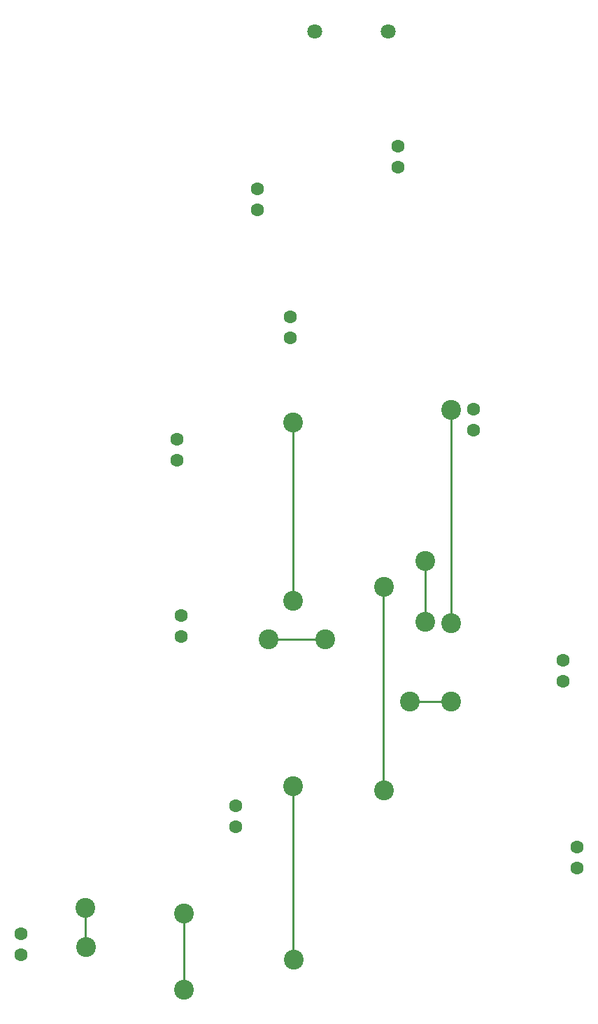
<source format=gbr>
G04 EAGLE Gerber RS-274X export*
G75*
%MOMM*%
%FSLAX34Y34*%
%LPD*%
%INTop Copper*%
%IPPOS*%
%AMOC8*
5,1,8,0,0,1.08239X$1,22.5*%
G01*
%ADD10C,1.800000*%
%ADD11C,1.600000*%
%ADD12C,2.400000*%
%ADD13C,0.254000*%


D10*
X470800Y1391500D03*
D11*
X286600Y454800D03*
X286600Y429400D03*
X214900Y898300D03*
X214900Y872900D03*
X220200Y685100D03*
X220200Y659700D03*
X352700Y1046500D03*
X352700Y1021100D03*
X682700Y605500D03*
X682700Y630900D03*
X482800Y1227900D03*
X482800Y1253300D03*
X312500Y1201800D03*
X312500Y1176400D03*
X699600Y379600D03*
X699600Y405000D03*
X26300Y299300D03*
X26300Y273900D03*
X574100Y909100D03*
X574100Y934500D03*
D10*
X381900Y1391500D03*
D12*
X104000Y331000D03*
D13*
X104000Y285000D01*
X105000Y284000D01*
D12*
X105000Y284000D03*
X516000Y677000D03*
D13*
X516000Y751000D01*
D12*
X516000Y751000D03*
X224000Y232000D03*
D13*
X224000Y324000D01*
D12*
X224000Y324000D03*
X395000Y656000D03*
X326000Y656000D03*
D13*
X395000Y656000D01*
D12*
X497000Y581000D03*
D13*
X547000Y581000D01*
D12*
X547000Y581000D03*
X356000Y919000D03*
D13*
X356000Y703000D01*
D12*
X356000Y703000D03*
X356000Y478000D03*
D13*
X356000Y269000D01*
X357000Y268000D01*
D12*
X357000Y268000D03*
X547000Y676000D03*
D13*
X547000Y934000D01*
D12*
X547000Y934000D03*
X466000Y720000D03*
D13*
X465000Y719000D01*
X465000Y474000D01*
X466000Y473000D01*
D12*
X466000Y473000D03*
M02*

</source>
